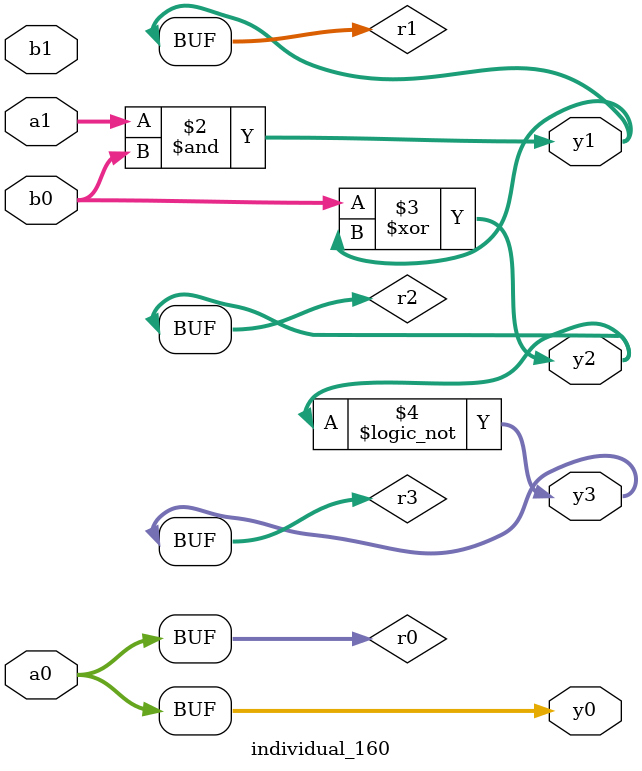
<source format=sv>
module individual_160(input logic [15:0] a1, input logic [15:0] a0, input logic [15:0] b1, input logic [15:0] b0, output logic [15:0] y3, output logic [15:0] y2, output logic [15:0] y1, output logic [15:0] y0);
logic [15:0] r0, r1, r2, r3; 
 always@(*) begin 
	 r0 = a0; r1 = a1; r2 = b0; r3 = b1; 
 	 r1  &=  r2 ;
 	 r2  ^=  r1 ;
 	 r3 = ! r2 ;
 	 y3 = r3; y2 = r2; y1 = r1; y0 = r0; 
end
endmodule
</source>
